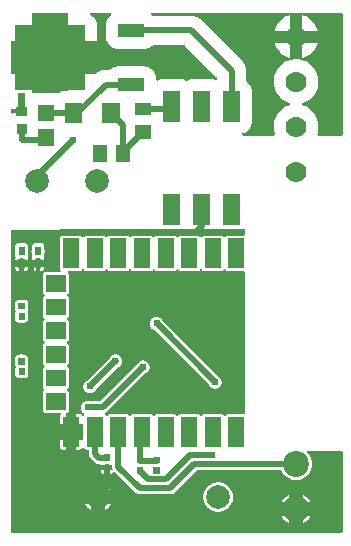
<source format=gtl>
G04 Layer: TopLayer*
G04 EasyEDA v6.5.5, 2022-07-05 01:29:27*
G04 53968c1b96fc4b8a88d45afed03194a1,2d51f53f3cf64b0da7006fab460d3095,10*
G04 Gerber Generator version 0.2*
G04 Scale: 100 percent, Rotated: No, Reflected: No *
G04 Dimensions in millimeters *
G04 leading zeros omitted , absolute positions ,4 integer and 5 decimal *
%FSLAX45Y45*%
%MOMM*%

%ADD11C,0.5000*%
%ADD12C,0.6096*%
%ADD13R,1.3500X1.4100*%
%ADD15R,0.5400X0.7901*%
%ADD19R,1.3770X1.1325*%
%ADD20R,0.8640X0.8065*%
%ADD21R,0.5400X0.5657*%
%ADD22R,1.4000X2.5000*%
%ADD25C,1.7780*%
%ADD26C,2.2000*%
%ADD27C,2.0000*%

%LPD*%
G36*
X1036421Y5410403D02*
G01*
X1032662Y5411317D01*
X1029563Y5413552D01*
X1027480Y5416753D01*
X1026769Y5420512D01*
X1026769Y5572150D01*
X861568Y5572150D01*
X857656Y5572912D01*
X854405Y5575147D01*
X852169Y5578398D01*
X851408Y5582310D01*
X851408Y5847689D01*
X852169Y5851601D01*
X854405Y5854852D01*
X857656Y5857087D01*
X861568Y5857849D01*
X1026769Y5857849D01*
X1026769Y6085332D01*
X1027531Y6089243D01*
X1029766Y6092494D01*
X1033018Y6094730D01*
X1036929Y6095492D01*
X1325524Y6095492D01*
X1329436Y6094730D01*
X1332738Y6092494D01*
X1334922Y6089243D01*
X1335684Y6085332D01*
X1335684Y5857849D01*
X1577949Y5857849D01*
X1577949Y5987643D01*
X1577086Y6001105D01*
X1574495Y6014008D01*
X1570278Y6026454D01*
X1564487Y6038240D01*
X1557172Y6049162D01*
X1548536Y6059068D01*
X1538630Y6067704D01*
X1527708Y6075019D01*
X1525270Y6076238D01*
X1521764Y6079083D01*
X1519834Y6083147D01*
X1519885Y6087618D01*
X1521866Y6091682D01*
X1525371Y6094476D01*
X1529791Y6095492D01*
X1688287Y6095492D01*
X1692249Y6094679D01*
X1695602Y6092342D01*
X1697786Y6088888D01*
X1698396Y6084874D01*
X1697431Y6080963D01*
X1694992Y6077712D01*
X1684578Y6068618D01*
X1675942Y6058712D01*
X1668627Y6047790D01*
X1662836Y6036005D01*
X1658620Y6023559D01*
X1656029Y6010656D01*
X1655165Y5997194D01*
X1655165Y5890768D01*
X1656029Y5877356D01*
X1658620Y5864453D01*
X1662836Y5852007D01*
X1668627Y5840222D01*
X1675942Y5829300D01*
X1684578Y5819394D01*
X1694484Y5810707D01*
X1705406Y5803442D01*
X1717192Y5797600D01*
X1729638Y5793384D01*
X1742541Y5790844D01*
X1756003Y5789930D01*
X1977593Y5789930D01*
X1991004Y5790844D01*
X2003907Y5793384D01*
X2016353Y5797600D01*
X2028139Y5803442D01*
X2039061Y5810707D01*
X2045055Y5815990D01*
X2048205Y5817870D01*
X2051761Y5818479D01*
X2318308Y5818479D01*
X2322169Y5817717D01*
X2325471Y5815533D01*
X2589326Y5551678D01*
X2591511Y5548376D01*
X2592273Y5544515D01*
X2592273Y5531967D01*
X2591460Y5527954D01*
X2589123Y5524601D01*
X2585669Y5522417D01*
X2581605Y5521807D01*
X2577642Y5522823D01*
X2573375Y5524957D01*
X2560929Y5529173D01*
X2548026Y5531713D01*
X2534564Y5532628D01*
X2393035Y5532628D01*
X2379573Y5531713D01*
X2366670Y5529173D01*
X2354275Y5524957D01*
X2341321Y5518505D01*
X2338374Y5517540D01*
X2335225Y5517540D01*
X2332278Y5518505D01*
X2319324Y5524957D01*
X2306929Y5529173D01*
X2294026Y5531713D01*
X2280564Y5532628D01*
X2139035Y5532628D01*
X2125573Y5531713D01*
X2112670Y5529173D01*
X2100224Y5524957D01*
X2093061Y5521401D01*
X2089099Y5520385D01*
X2085035Y5520994D01*
X2081580Y5523128D01*
X2079243Y5526532D01*
X2078431Y5530545D01*
X2078431Y5539232D01*
X2077516Y5552643D01*
X2074976Y5565546D01*
X2070760Y5577992D01*
X2064918Y5589778D01*
X2057654Y5600700D01*
X2048967Y5610606D01*
X2039061Y5619292D01*
X2028139Y5626557D01*
X2016353Y5632399D01*
X2003907Y5636615D01*
X1991004Y5639155D01*
X1977593Y5640070D01*
X1756003Y5640070D01*
X1742541Y5639155D01*
X1729638Y5636615D01*
X1717192Y5632399D01*
X1705406Y5626557D01*
X1694484Y5619292D01*
X1688388Y5613908D01*
X1685289Y5612028D01*
X1681683Y5611418D01*
X1650644Y5611418D01*
X1642922Y5611164D01*
X1635353Y5610504D01*
X1627886Y5609336D01*
X1620469Y5607761D01*
X1613154Y5605729D01*
X1605991Y5603240D01*
X1598980Y5600344D01*
X1592173Y5597042D01*
X1585569Y5593283D01*
X1579219Y5589168D01*
X1573072Y5584698D01*
X1567281Y5579821D01*
X1562049Y5574893D01*
X1558798Y5572861D01*
X1555089Y5572150D01*
X1335684Y5572150D01*
X1335684Y5442153D01*
X1334922Y5438292D01*
X1332738Y5434990D01*
X1329436Y5432755D01*
X1325524Y5431993D01*
X1303528Y5431993D01*
X1290066Y5431129D01*
X1277213Y5428538D01*
X1264767Y5424322D01*
X1252931Y5418531D01*
X1247140Y5414670D01*
X1244346Y5413349D01*
X1241298Y5412943D01*
X1223619Y5416600D01*
X1210157Y5417515D01*
X1075842Y5417515D01*
X1062380Y5416600D01*
X1049477Y5414060D01*
X1040180Y5410911D01*
G37*

%LPD*%
G36*
X861060Y5241188D02*
G01*
X857300Y5242102D01*
X854202Y5244338D01*
X852119Y5247538D01*
X851408Y5251348D01*
X851408Y5273294D01*
X852169Y5277154D01*
X854405Y5280456D01*
X857656Y5282641D01*
X861568Y5283454D01*
X911860Y5283454D01*
X911860Y5407914D01*
X912621Y5411825D01*
X914806Y5415076D01*
X918108Y5417312D01*
X922019Y5418074D01*
X957580Y5418074D01*
X961491Y5417312D01*
X964793Y5415076D01*
X966978Y5411825D01*
X967740Y5407914D01*
X967740Y5282996D01*
X971499Y5280914D01*
X974090Y5277459D01*
X975004Y5273294D01*
X975004Y5257292D01*
X974242Y5253380D01*
X972007Y5250078D01*
X968705Y5247894D01*
X964844Y5247132D01*
X896924Y5247132D01*
X883462Y5246217D01*
X870610Y5243677D01*
X864819Y5241696D01*
G37*

%LPD*%
G36*
X2815336Y5054600D02*
G01*
X2811170Y5055463D01*
X2807766Y5058003D01*
X2805633Y5061661D01*
X2805226Y5065877D01*
X2806598Y5069941D01*
X2809443Y5073040D01*
X2813354Y5074716D01*
X2814929Y5075021D01*
X2827375Y5079238D01*
X2839161Y5085080D01*
X2850083Y5092395D01*
X2859989Y5101031D01*
X2868625Y5110937D01*
X2875940Y5121859D01*
X2881782Y5133644D01*
X2885998Y5146090D01*
X2888538Y5158994D01*
X2889402Y5172456D01*
X2889402Y5431790D01*
X2888538Y5445201D01*
X2885998Y5458104D01*
X2881782Y5470550D01*
X2875940Y5482336D01*
X2868625Y5493258D01*
X2859989Y5503164D01*
X2850083Y5511800D01*
X2847848Y5513324D01*
X2845409Y5515610D01*
X2843834Y5518505D01*
X2843326Y5521807D01*
X2843326Y5600547D01*
X2843072Y5608269D01*
X2842412Y5615838D01*
X2841244Y5623306D01*
X2839669Y5630722D01*
X2837637Y5638038D01*
X2835148Y5645200D01*
X2832252Y5652211D01*
X2828950Y5659018D01*
X2825191Y5665622D01*
X2821076Y5671972D01*
X2816606Y5678119D01*
X2811729Y5683910D01*
X2806446Y5689549D01*
X2463342Y6032652D01*
X2457704Y6037935D01*
X2451912Y6042812D01*
X2445766Y6047282D01*
X2439416Y6051397D01*
X2432812Y6055156D01*
X2426004Y6058458D01*
X2418994Y6061354D01*
X2411831Y6063843D01*
X2404516Y6065875D01*
X2397099Y6067450D01*
X2389632Y6068618D01*
X2382062Y6069279D01*
X2374341Y6069533D01*
X2051761Y6069533D01*
X2048154Y6070142D01*
X2045055Y6072022D01*
X2038604Y6077712D01*
X2036114Y6080963D01*
X2035149Y6084874D01*
X2035810Y6088888D01*
X2037943Y6092342D01*
X2041296Y6094679D01*
X2045309Y6095492D01*
X3211830Y6095492D01*
X3215843Y6094679D01*
X3217519Y6093510D01*
X3219348Y6094730D01*
X3223260Y6095492D01*
X3304540Y6095492D01*
X3308451Y6094730D01*
X3310280Y6093510D01*
X3311956Y6094679D01*
X3315970Y6095492D01*
X3646932Y6095492D01*
X3650843Y6094730D01*
X3654094Y6092494D01*
X3656329Y6089243D01*
X3657092Y6085332D01*
X3657092Y5064760D01*
X3656329Y5060848D01*
X3654094Y5057597D01*
X3650843Y5055362D01*
X3646932Y5054600D01*
X3451961Y5054600D01*
X3448202Y5055311D01*
X3445001Y5057394D01*
X3442766Y5060492D01*
X3441852Y5064201D01*
X3442360Y5068011D01*
X3446221Y5079492D01*
X3450437Y5097932D01*
X3452774Y5116626D01*
X3453231Y5135524D01*
X3451809Y5154371D01*
X3448558Y5172964D01*
X3443427Y5191099D01*
X3436518Y5208676D01*
X3427933Y5225491D01*
X3417671Y5241340D01*
X3405886Y5256123D01*
X3392728Y5269636D01*
X3378250Y5281777D01*
X3362655Y5292394D01*
X3346094Y5301437D01*
X3328670Y5308752D01*
X3319932Y5311444D01*
X3316274Y5313527D01*
X3313734Y5316829D01*
X3312769Y5320944D01*
X3313531Y5325059D01*
X3315919Y5328513D01*
X3319475Y5330698D01*
X3337458Y5337302D01*
X3354476Y5345480D01*
X3370579Y5355336D01*
X3385616Y5366715D01*
X3399485Y5379567D01*
X3411982Y5393690D01*
X3423005Y5409031D01*
X3432454Y5425389D01*
X3440226Y5442610D01*
X3446221Y5460492D01*
X3450437Y5478932D01*
X3452774Y5497626D01*
X3453231Y5516524D01*
X3451809Y5535371D01*
X3448558Y5553964D01*
X3443427Y5572099D01*
X3436518Y5589676D01*
X3427933Y5606491D01*
X3417671Y5622340D01*
X3405886Y5637123D01*
X3392728Y5650636D01*
X3378250Y5662777D01*
X3362655Y5673394D01*
X3346094Y5682437D01*
X3328670Y5689752D01*
X3319932Y5692444D01*
X3316274Y5694527D01*
X3313734Y5697829D01*
X3312871Y5701487D01*
X3310991Y5699048D01*
X3306978Y5697067D01*
X3302508Y5696966D01*
X3292144Y5699099D01*
X3273348Y5700979D01*
X3254451Y5700979D01*
X3235655Y5699099D01*
X3225292Y5696966D01*
X3220821Y5697067D01*
X3216808Y5699048D01*
X3214928Y5701487D01*
X3214065Y5697829D01*
X3211525Y5694527D01*
X3207867Y5692444D01*
X3199130Y5689752D01*
X3181705Y5682437D01*
X3165144Y5673394D01*
X3149549Y5662777D01*
X3135071Y5650636D01*
X3121914Y5637123D01*
X3110128Y5622340D01*
X3099866Y5606491D01*
X3091281Y5589676D01*
X3084372Y5572099D01*
X3079242Y5553964D01*
X3075990Y5535371D01*
X3074568Y5516524D01*
X3075025Y5497626D01*
X3077362Y5478932D01*
X3081578Y5460492D01*
X3087573Y5442610D01*
X3095345Y5425389D01*
X3104794Y5409031D01*
X3115818Y5393690D01*
X3128314Y5379567D01*
X3142183Y5366715D01*
X3157220Y5355336D01*
X3173323Y5345480D01*
X3190341Y5337302D01*
X3208324Y5330698D01*
X3211880Y5328513D01*
X3214268Y5325059D01*
X3215030Y5320944D01*
X3214065Y5316829D01*
X3211525Y5313527D01*
X3207867Y5311444D01*
X3199130Y5308752D01*
X3181705Y5301437D01*
X3165144Y5292394D01*
X3149549Y5281777D01*
X3135071Y5269636D01*
X3121914Y5256123D01*
X3110128Y5241340D01*
X3099866Y5225491D01*
X3091281Y5208676D01*
X3084372Y5191099D01*
X3079242Y5172964D01*
X3075990Y5154371D01*
X3074568Y5135524D01*
X3075025Y5116626D01*
X3077362Y5097932D01*
X3081578Y5079492D01*
X3085439Y5068011D01*
X3085947Y5064201D01*
X3085033Y5060492D01*
X3082798Y5057394D01*
X3079597Y5055311D01*
X3075838Y5054600D01*
G37*

%LPC*%
G36*
X3213100Y5707735D02*
G01*
X3213100Y5842000D01*
X3081477Y5842000D01*
X3087573Y5823610D01*
X3095345Y5806389D01*
X3104794Y5790031D01*
X3115818Y5774690D01*
X3128314Y5760567D01*
X3142183Y5747715D01*
X3157220Y5736336D01*
X3173323Y5726480D01*
X3190341Y5718302D01*
X3208324Y5711698D01*
X3211880Y5709513D01*
G37*
G36*
X3314700Y5707735D02*
G01*
X3315919Y5709513D01*
X3319475Y5711698D01*
X3337458Y5718302D01*
X3354476Y5726480D01*
X3370579Y5736336D01*
X3385616Y5747715D01*
X3399485Y5760567D01*
X3411982Y5774690D01*
X3423005Y5790031D01*
X3432454Y5806389D01*
X3440226Y5823610D01*
X3446322Y5842000D01*
X3314700Y5842000D01*
G37*
G36*
X3081680Y5943600D02*
G01*
X3213100Y5943600D01*
X3213100Y6075070D01*
X3199130Y6070752D01*
X3181705Y6063437D01*
X3165144Y6054394D01*
X3149549Y6043777D01*
X3135071Y6031636D01*
X3121914Y6018123D01*
X3110128Y6003340D01*
X3099866Y5987491D01*
X3091281Y5970676D01*
X3084372Y5953099D01*
G37*
G36*
X3314700Y5943600D02*
G01*
X3446119Y5943600D01*
X3443427Y5953099D01*
X3436518Y5970676D01*
X3427933Y5987491D01*
X3417671Y6003340D01*
X3405886Y6018123D01*
X3392728Y6031636D01*
X3378250Y6043777D01*
X3362655Y6054394D01*
X3346094Y6063437D01*
X3328670Y6070752D01*
X3314700Y6075070D01*
G37*

%LPD*%
G36*
X861568Y1689607D02*
G01*
X857656Y1690370D01*
X854405Y1692605D01*
X852169Y1695856D01*
X851408Y1699768D01*
X851408Y4247083D01*
X852169Y4250944D01*
X854354Y4254246D01*
X857656Y4256481D01*
X861517Y4257243D01*
X2821889Y4267149D01*
X2825800Y4266387D01*
X2829102Y4264202D01*
X2831338Y4260900D01*
X2832100Y4256989D01*
X2832100Y4218228D01*
X2831338Y4214317D01*
X2829102Y4211015D01*
X2825851Y4208830D01*
X2821940Y4208068D01*
X2689504Y4208068D01*
X2683205Y4207357D01*
X2677718Y4205427D01*
X2672842Y4202379D01*
X2668727Y4198264D01*
X2667558Y4196384D01*
X2664764Y4193438D01*
X2661005Y4191812D01*
X2656941Y4191812D01*
X2653182Y4193438D01*
X2650337Y4196384D01*
X2649169Y4198264D01*
X2645054Y4202379D01*
X2640177Y4205427D01*
X2634691Y4207357D01*
X2628392Y4208068D01*
X2489504Y4208068D01*
X2483205Y4207357D01*
X2477719Y4205427D01*
X2472842Y4202379D01*
X2468727Y4198264D01*
X2467559Y4196384D01*
X2464765Y4193438D01*
X2461006Y4191812D01*
X2456942Y4191812D01*
X2453182Y4193438D01*
X2450338Y4196384D01*
X2449169Y4198264D01*
X2445054Y4202379D01*
X2440178Y4205427D01*
X2434691Y4207357D01*
X2428392Y4208068D01*
X2289505Y4208068D01*
X2283206Y4207357D01*
X2277719Y4205427D01*
X2272842Y4202379D01*
X2268728Y4198264D01*
X2267559Y4196384D01*
X2264765Y4193438D01*
X2261006Y4191812D01*
X2256942Y4191812D01*
X2253183Y4193438D01*
X2250338Y4196384D01*
X2249170Y4198264D01*
X2245055Y4202379D01*
X2240178Y4205427D01*
X2234692Y4207357D01*
X2228392Y4208068D01*
X2089505Y4208068D01*
X2083206Y4207357D01*
X2077720Y4205427D01*
X2072843Y4202379D01*
X2068728Y4198264D01*
X2067560Y4196384D01*
X2064766Y4193438D01*
X2061006Y4191812D01*
X2056942Y4191812D01*
X2053183Y4193438D01*
X2050338Y4196384D01*
X2049170Y4198264D01*
X2045055Y4202379D01*
X2040178Y4205427D01*
X2034692Y4207357D01*
X2028393Y4208068D01*
X1889506Y4208068D01*
X1883206Y4207357D01*
X1877720Y4205427D01*
X1872843Y4202379D01*
X1868728Y4198264D01*
X1867560Y4196384D01*
X1864715Y4193438D01*
X1861007Y4191812D01*
X1856892Y4191812D01*
X1853184Y4193438D01*
X1850339Y4196384D01*
X1849170Y4198264D01*
X1845056Y4202379D01*
X1840179Y4205427D01*
X1834692Y4207357D01*
X1828393Y4208068D01*
X1689506Y4208068D01*
X1683207Y4207357D01*
X1677720Y4205427D01*
X1672843Y4202379D01*
X1668729Y4198264D01*
X1667560Y4196384D01*
X1664716Y4193438D01*
X1661007Y4191812D01*
X1656892Y4191812D01*
X1653184Y4193438D01*
X1650339Y4196384D01*
X1649171Y4198264D01*
X1645056Y4202379D01*
X1640179Y4205427D01*
X1634693Y4207357D01*
X1628394Y4208068D01*
X1489506Y4208068D01*
X1483207Y4207357D01*
X1477721Y4205427D01*
X1472844Y4202379D01*
X1468729Y4198264D01*
X1467510Y4196334D01*
X1464716Y4193387D01*
X1460957Y4191762D01*
X1456893Y4191762D01*
X1453134Y4193387D01*
X1450340Y4196334D01*
X1449171Y4198162D01*
X1445056Y4202277D01*
X1440180Y4205376D01*
X1434693Y4207256D01*
X1428394Y4207967D01*
X1289507Y4207967D01*
X1283208Y4207256D01*
X1277721Y4205376D01*
X1272844Y4202277D01*
X1268730Y4198162D01*
X1265682Y4193286D01*
X1263751Y4187799D01*
X1263040Y4181500D01*
X1263040Y3932631D01*
X1263751Y3926332D01*
X1265682Y3920845D01*
X1268730Y3915968D01*
X1271676Y3911904D01*
X1272438Y3908044D01*
X1271676Y3904132D01*
X1269492Y3900881D01*
X1266190Y3898646D01*
X1262278Y3897884D01*
X1144422Y3897884D01*
X1138123Y3897172D01*
X1133957Y3895699D01*
X1129284Y3895394D01*
X1126947Y3891381D01*
X1123645Y3888079D01*
X1120546Y3883202D01*
X1118666Y3877716D01*
X1117955Y3871417D01*
X1117955Y3732529D01*
X1118666Y3726230D01*
X1120546Y3720744D01*
X1123645Y3715867D01*
X1127760Y3711752D01*
X1129538Y3710635D01*
X1132484Y3707790D01*
X1134110Y3704082D01*
X1134110Y3699967D01*
X1132484Y3696258D01*
X1129538Y3693414D01*
X1127912Y3692398D01*
X1123797Y3688283D01*
X1120698Y3683406D01*
X1118819Y3677920D01*
X1118108Y3671620D01*
X1118108Y3532733D01*
X1118819Y3526434D01*
X1120698Y3520948D01*
X1123797Y3516071D01*
X1127912Y3511956D01*
X1129639Y3510838D01*
X1132586Y3508044D01*
X1134211Y3504285D01*
X1134211Y3500221D01*
X1132586Y3496462D01*
X1129639Y3493668D01*
X1127861Y3492500D01*
X1123746Y3488436D01*
X1120648Y3483508D01*
X1118768Y3478072D01*
X1118057Y3471722D01*
X1118057Y3332886D01*
X1118768Y3326536D01*
X1120648Y3321100D01*
X1123746Y3316173D01*
X1127861Y3312109D01*
X1129792Y3310890D01*
X1132738Y3308045D01*
X1134364Y3304286D01*
X1134364Y3300222D01*
X1132738Y3296462D01*
X1129792Y3293668D01*
X1127861Y3292449D01*
X1123746Y3288334D01*
X1120648Y3283458D01*
X1118768Y3277971D01*
X1118057Y3271672D01*
X1118057Y3132785D01*
X1118768Y3126486D01*
X1120648Y3120999D01*
X1123746Y3116122D01*
X1127861Y3112008D01*
X1129690Y3110890D01*
X1132636Y3108045D01*
X1134211Y3104286D01*
X1134211Y3100222D01*
X1132636Y3096463D01*
X1129690Y3093669D01*
X1127861Y3092500D01*
X1123746Y3088436D01*
X1120648Y3083509D01*
X1118768Y3078073D01*
X1118057Y3071723D01*
X1118057Y2932887D01*
X1118768Y2926537D01*
X1120648Y2921101D01*
X1123746Y2916174D01*
X1127861Y2912110D01*
X1129690Y2910941D01*
X1132636Y2908096D01*
X1134262Y2904388D01*
X1134262Y2900273D01*
X1132636Y2896565D01*
X1129690Y2893720D01*
X1127760Y2892501D01*
X1123696Y2888437D01*
X1120597Y2883509D01*
X1118666Y2878074D01*
X1117955Y2871724D01*
X1117955Y2732887D01*
X1118666Y2726537D01*
X1120597Y2721102D01*
X1123696Y2716174D01*
X1127760Y2712110D01*
X1132687Y2709011D01*
X1138123Y2707132D01*
X1144473Y2706420D01*
X1262380Y2706420D01*
X1266240Y2705608D01*
X1269542Y2703423D01*
X1271778Y2700121D01*
X1272540Y2696260D01*
X1271778Y2692349D01*
X1268730Y2688234D01*
X1265682Y2683357D01*
X1263751Y2677871D01*
X1263040Y2671572D01*
X1263040Y2615996D01*
X1317599Y2615996D01*
X1317599Y2699207D01*
X1318463Y2703271D01*
X1320850Y2706624D01*
X1325118Y2709011D01*
X1329994Y2712110D01*
X1334109Y2716174D01*
X1337157Y2721102D01*
X1339088Y2726537D01*
X1339799Y2732887D01*
X1339799Y2871724D01*
X1339088Y2878074D01*
X1337157Y2883509D01*
X1334109Y2888437D01*
X1329994Y2892501D01*
X1328115Y2893669D01*
X1325168Y2896514D01*
X1323594Y2900222D01*
X1323594Y2904337D01*
X1325168Y2908046D01*
X1328115Y2910890D01*
X1330045Y2912110D01*
X1334160Y2916174D01*
X1337259Y2921101D01*
X1339138Y2926537D01*
X1339850Y2932887D01*
X1339850Y3071723D01*
X1339138Y3078073D01*
X1337259Y3083509D01*
X1334160Y3088436D01*
X1330045Y3092500D01*
X1328216Y3093669D01*
X1325270Y3096463D01*
X1323695Y3100222D01*
X1323695Y3104286D01*
X1325270Y3108045D01*
X1328216Y3110890D01*
X1330045Y3112008D01*
X1334160Y3116122D01*
X1337259Y3120999D01*
X1339138Y3126486D01*
X1339850Y3132785D01*
X1339850Y3271672D01*
X1339138Y3277971D01*
X1337259Y3283458D01*
X1334160Y3288334D01*
X1330045Y3292449D01*
X1328115Y3293668D01*
X1325168Y3296462D01*
X1323543Y3300222D01*
X1323543Y3304286D01*
X1325168Y3308045D01*
X1328115Y3310890D01*
X1330045Y3312109D01*
X1334160Y3316173D01*
X1337259Y3321100D01*
X1339138Y3326536D01*
X1339850Y3332886D01*
X1339850Y3471722D01*
X1339138Y3478072D01*
X1337259Y3483508D01*
X1334160Y3488436D01*
X1330045Y3492500D01*
X1328318Y3493617D01*
X1325372Y3496462D01*
X1323746Y3500170D01*
X1323746Y3504285D01*
X1325372Y3507994D01*
X1328318Y3510838D01*
X1330096Y3511956D01*
X1334211Y3516071D01*
X1337310Y3520948D01*
X1339189Y3526434D01*
X1339900Y3532733D01*
X1339900Y3671620D01*
X1339189Y3677920D01*
X1337310Y3683406D01*
X1334211Y3688283D01*
X1330096Y3692398D01*
X1328318Y3693515D01*
X1325372Y3696360D01*
X1323746Y3700068D01*
X1323746Y3704183D01*
X1325372Y3707892D01*
X1328318Y3710736D01*
X1329944Y3711752D01*
X1334058Y3715867D01*
X1337157Y3720744D01*
X1339037Y3726230D01*
X1339748Y3732529D01*
X1339748Y3871417D01*
X1339037Y3877716D01*
X1337157Y3883202D01*
X1334058Y3888079D01*
X1331112Y3892092D01*
X1330350Y3896004D01*
X1331112Y3899915D01*
X1333347Y3903167D01*
X1336598Y3905402D01*
X1340510Y3906164D01*
X1428394Y3906164D01*
X1434693Y3906875D01*
X1440180Y3908806D01*
X1445056Y3911854D01*
X1449171Y3915968D01*
X1450390Y3917899D01*
X1453184Y3920845D01*
X1456944Y3922420D01*
X1461008Y3922420D01*
X1464767Y3920845D01*
X1467561Y3917899D01*
X1468729Y3916019D01*
X1472844Y3911955D01*
X1477721Y3908856D01*
X1483207Y3906977D01*
X1489506Y3906265D01*
X1628394Y3906265D01*
X1634693Y3906977D01*
X1640179Y3908856D01*
X1645056Y3911955D01*
X1649171Y3916019D01*
X1650339Y3917950D01*
X1653184Y3920896D01*
X1656892Y3922471D01*
X1661007Y3922471D01*
X1664716Y3920896D01*
X1667560Y3917950D01*
X1668729Y3916019D01*
X1672843Y3911955D01*
X1677720Y3908856D01*
X1683207Y3906977D01*
X1689506Y3906265D01*
X1828393Y3906265D01*
X1834692Y3906977D01*
X1840179Y3908856D01*
X1845056Y3911955D01*
X1849170Y3916019D01*
X1850339Y3917950D01*
X1853184Y3920896D01*
X1856892Y3922471D01*
X1861007Y3922471D01*
X1864715Y3920896D01*
X1867560Y3917950D01*
X1868728Y3916019D01*
X1872843Y3911955D01*
X1877720Y3908856D01*
X1883206Y3906977D01*
X1889506Y3906265D01*
X2028393Y3906265D01*
X2034692Y3906977D01*
X2040178Y3908856D01*
X2045055Y3911955D01*
X2049170Y3916019D01*
X2050338Y3917950D01*
X2053183Y3920896D01*
X2056942Y3922471D01*
X2061006Y3922471D01*
X2064766Y3920896D01*
X2067560Y3917950D01*
X2068728Y3916019D01*
X2072843Y3911955D01*
X2077720Y3908856D01*
X2083206Y3906977D01*
X2089505Y3906265D01*
X2228392Y3906265D01*
X2234692Y3906977D01*
X2240178Y3908856D01*
X2245055Y3911955D01*
X2249170Y3916019D01*
X2250338Y3917950D01*
X2253183Y3920896D01*
X2256942Y3922471D01*
X2261006Y3922471D01*
X2264765Y3920896D01*
X2267559Y3917950D01*
X2268728Y3916019D01*
X2272842Y3911955D01*
X2277719Y3908856D01*
X2283206Y3906977D01*
X2289505Y3906265D01*
X2428392Y3906265D01*
X2434691Y3906977D01*
X2440178Y3908856D01*
X2445054Y3911955D01*
X2449169Y3916019D01*
X2450338Y3917950D01*
X2453182Y3920896D01*
X2456942Y3922471D01*
X2461006Y3922471D01*
X2464765Y3920896D01*
X2467559Y3917950D01*
X2468727Y3916019D01*
X2472842Y3911955D01*
X2477719Y3908856D01*
X2483205Y3906977D01*
X2489504Y3906265D01*
X2628392Y3906265D01*
X2634691Y3906977D01*
X2640177Y3908856D01*
X2645054Y3911955D01*
X2649169Y3916019D01*
X2650337Y3917950D01*
X2653182Y3920896D01*
X2656941Y3922471D01*
X2661005Y3922471D01*
X2664764Y3920896D01*
X2667558Y3917950D01*
X2668727Y3916019D01*
X2672842Y3911955D01*
X2677718Y3908856D01*
X2683205Y3906977D01*
X2689504Y3906265D01*
X2821940Y3906265D01*
X2825851Y3905453D01*
X2829102Y3903268D01*
X2831338Y3899966D01*
X2832100Y3896106D01*
X2832100Y2707995D01*
X2831338Y2704084D01*
X2829102Y2700832D01*
X2825851Y2698597D01*
X2821940Y2697835D01*
X2689504Y2697835D01*
X2683205Y2697124D01*
X2677718Y2695194D01*
X2672842Y2692146D01*
X2668727Y2688031D01*
X2667558Y2686151D01*
X2664764Y2683205D01*
X2661005Y2681630D01*
X2656941Y2681630D01*
X2653182Y2683205D01*
X2650337Y2686151D01*
X2649169Y2688082D01*
X2645054Y2692146D01*
X2640177Y2695244D01*
X2634691Y2697124D01*
X2628392Y2697835D01*
X2489504Y2697835D01*
X2483205Y2697124D01*
X2477719Y2695244D01*
X2472842Y2692146D01*
X2468727Y2688082D01*
X2467559Y2686151D01*
X2464714Y2683205D01*
X2461006Y2681630D01*
X2456891Y2681630D01*
X2453182Y2683205D01*
X2450338Y2686151D01*
X2449169Y2688031D01*
X2445054Y2692146D01*
X2440178Y2695194D01*
X2434691Y2697124D01*
X2428392Y2697835D01*
X2289505Y2697835D01*
X2283206Y2697124D01*
X2277719Y2695194D01*
X2272842Y2692146D01*
X2268728Y2688031D01*
X2267559Y2686202D01*
X2264765Y2683256D01*
X2261006Y2681630D01*
X2256942Y2681630D01*
X2253183Y2683256D01*
X2250389Y2686202D01*
X2249170Y2688132D01*
X2245055Y2692196D01*
X2240178Y2695295D01*
X2234692Y2697175D01*
X2228392Y2697886D01*
X2089505Y2697886D01*
X2083206Y2697175D01*
X2077720Y2695295D01*
X2072843Y2692196D01*
X2068728Y2688132D01*
X2067560Y2686202D01*
X2064715Y2683256D01*
X2060956Y2681630D01*
X2056892Y2681630D01*
X2053132Y2683256D01*
X2050338Y2686202D01*
X2049170Y2688031D01*
X2045055Y2692146D01*
X2040178Y2695194D01*
X2034692Y2697124D01*
X2028393Y2697835D01*
X1889506Y2697835D01*
X1883206Y2697124D01*
X1877720Y2695194D01*
X1872843Y2692146D01*
X1868728Y2688031D01*
X1867509Y2686100D01*
X1864715Y2683154D01*
X1860956Y2681579D01*
X1856892Y2681579D01*
X1853133Y2683154D01*
X1850339Y2686100D01*
X1849170Y2687980D01*
X1845056Y2692044D01*
X1840179Y2695143D01*
X1834692Y2697022D01*
X1828393Y2697734D01*
X1689506Y2697734D01*
X1683207Y2697022D01*
X1677720Y2695143D01*
X1672843Y2692044D01*
X1668729Y2687980D01*
X1667611Y2686151D01*
X1664766Y2683205D01*
X1661058Y2681579D01*
X1656943Y2681579D01*
X1653184Y2683205D01*
X1650390Y2686151D01*
X1649171Y2688082D01*
X1646428Y2690825D01*
X1644294Y2693924D01*
X1643481Y2697632D01*
X1644040Y2701391D01*
X1645970Y2704642D01*
X1648917Y2707030D01*
X1654810Y2710484D01*
X1658315Y2713177D01*
X1661769Y2716326D01*
X1986076Y3040684D01*
X1988972Y3042716D01*
X1996693Y3046272D01*
X2004720Y3051911D01*
X2011680Y3058871D01*
X2017318Y3066897D01*
X2021433Y3075838D01*
X2023973Y3085287D01*
X2024837Y3095091D01*
X2023973Y3104896D01*
X2021433Y3114344D01*
X2017318Y3123285D01*
X2011680Y3131312D01*
X2004720Y3138271D01*
X1996693Y3143910D01*
X1987753Y3148025D01*
X1978304Y3150565D01*
X1968500Y3151428D01*
X1958695Y3150565D01*
X1949246Y3148025D01*
X1940306Y3143910D01*
X1932279Y3138271D01*
X1925320Y3131312D01*
X1919681Y3123285D01*
X1916125Y3115564D01*
X1914093Y3112668D01*
X1607464Y2806090D01*
X1604213Y2803855D01*
X1600301Y2803093D01*
X1524508Y2803093D01*
X1520190Y2804058D01*
X1517853Y2805125D01*
X1508404Y2807665D01*
X1498600Y2808528D01*
X1488795Y2807665D01*
X1479346Y2805125D01*
X1470406Y2801010D01*
X1462379Y2795371D01*
X1455420Y2788412D01*
X1449781Y2780385D01*
X1445666Y2771444D01*
X1443126Y2761996D01*
X1442262Y2752191D01*
X1443126Y2742387D01*
X1445666Y2732938D01*
X1449781Y2723997D01*
X1455420Y2715971D01*
X1462379Y2709011D01*
X1468526Y2704744D01*
X1471472Y2701493D01*
X1472793Y2697276D01*
X1472234Y2692908D01*
X1469898Y2689199D01*
X1467612Y2686253D01*
X1464767Y2683306D01*
X1461058Y2681732D01*
X1456944Y2681732D01*
X1453235Y2683306D01*
X1450390Y2686253D01*
X1449171Y2688234D01*
X1445056Y2692349D01*
X1440180Y2695397D01*
X1434693Y2697327D01*
X1428394Y2698038D01*
X1400302Y2698038D01*
X1400302Y2615996D01*
X1452880Y2615996D01*
X1456791Y2615184D01*
X1460093Y2612999D01*
X1462278Y2609697D01*
X1463040Y2605836D01*
X1463040Y2488438D01*
X1462278Y2484526D01*
X1460093Y2481275D01*
X1456791Y2479040D01*
X1452880Y2478278D01*
X1400302Y2478278D01*
X1400302Y2396236D01*
X1428394Y2396236D01*
X1434693Y2396947D01*
X1440180Y2398826D01*
X1445056Y2401925D01*
X1449171Y2406040D01*
X1450289Y2407818D01*
X1453134Y2410764D01*
X1456893Y2412390D01*
X1460957Y2412390D01*
X1464716Y2410764D01*
X1467510Y2407818D01*
X1468729Y2405888D01*
X1472844Y2401773D01*
X1477721Y2398674D01*
X1483207Y2396794D01*
X1489506Y2396083D01*
X1497888Y2396083D01*
X1501749Y2395270D01*
X1505051Y2393086D01*
X1507286Y2389784D01*
X1508048Y2385923D01*
X1508048Y2361844D01*
X1508252Y2357221D01*
X1508810Y2352802D01*
X1509776Y2348484D01*
X1511096Y2344216D01*
X1512824Y2340152D01*
X1514856Y2336190D01*
X1517243Y2332431D01*
X1519936Y2328926D01*
X1523085Y2325471D01*
X1558848Y2289759D01*
X1562303Y2286609D01*
X1565808Y2283866D01*
X1569567Y2281478D01*
X1573530Y2279446D01*
X1577594Y2277770D01*
X1581861Y2276398D01*
X1586179Y2275433D01*
X1590598Y2274874D01*
X1600657Y2274671D01*
X1604518Y2273909D01*
X1607820Y2271674D01*
X1610004Y2268372D01*
X1610817Y2263190D01*
X1643837Y2263190D01*
X1644599Y2268372D01*
X1646834Y2271674D01*
X1650136Y2273909D01*
X1653997Y2274671D01*
X1663242Y2274671D01*
X1668525Y2275078D01*
X1673402Y2275078D01*
X1677263Y2274316D01*
X1680565Y2272131D01*
X1682800Y2268829D01*
X1683562Y2264918D01*
X1683562Y2263190D01*
X1697888Y2263190D01*
X1701698Y2262479D01*
X1704949Y2260346D01*
X1707184Y2257145D01*
X1708048Y2253335D01*
X1708251Y2246020D01*
X1708810Y2241854D01*
X1710537Y2234844D01*
X1710791Y2231186D01*
X1709724Y2227681D01*
X1707438Y2224786D01*
X1704289Y2222906D01*
X1700682Y2222246D01*
X1683562Y2222246D01*
X1683562Y2188514D01*
X1690116Y2188514D01*
X1696466Y2189226D01*
X1701901Y2191156D01*
X1706829Y2194255D01*
X1710893Y2198319D01*
X1716125Y2206650D01*
X1719427Y2208936D01*
X1723389Y2209800D01*
X1727301Y2209038D01*
X1730654Y2206802D01*
X1906930Y2030526D01*
X1910384Y2027377D01*
X1913889Y2024684D01*
X1917649Y2022297D01*
X1921611Y2020265D01*
X1925675Y2018538D01*
X1929942Y2017217D01*
X1934260Y2016252D01*
X1938680Y2015693D01*
X1943303Y2015489D01*
X2196896Y2015489D01*
X2201519Y2015693D01*
X2205939Y2016252D01*
X2210257Y2017217D01*
X2214524Y2018538D01*
X2218588Y2020265D01*
X2222550Y2022297D01*
X2226310Y2024684D01*
X2229815Y2027377D01*
X2233269Y2030526D01*
X2418435Y2215692D01*
X2421686Y2217928D01*
X2425598Y2218690D01*
X3133242Y2218690D01*
X3136900Y2217978D01*
X3140100Y2216048D01*
X3142335Y2213102D01*
X3146196Y2205329D01*
X3154883Y2192172D01*
X3165043Y2180031D01*
X3176574Y2169210D01*
X3189224Y2159762D01*
X3202889Y2151888D01*
X3217418Y2145588D01*
X3232556Y2141067D01*
X3248101Y2138324D01*
X3263900Y2137410D01*
X3279698Y2138324D01*
X3295243Y2141067D01*
X3310382Y2145588D01*
X3324910Y2151888D01*
X3338576Y2159762D01*
X3351225Y2169210D01*
X3362756Y2180031D01*
X3372916Y2192172D01*
X3381603Y2205329D01*
X3388664Y2219452D01*
X3394100Y2234336D01*
X3397707Y2249678D01*
X3399536Y2265375D01*
X3399536Y2281224D01*
X3397707Y2296922D01*
X3394100Y2312263D01*
X3388664Y2327148D01*
X3381603Y2341270D01*
X3372916Y2354427D01*
X3362756Y2366568D01*
X3359048Y2370074D01*
X3356711Y2373325D01*
X3355848Y2377236D01*
X3356559Y2381199D01*
X3358743Y2384552D01*
X3362096Y2386787D01*
X3366008Y2387600D01*
X3646932Y2387600D01*
X3650843Y2386838D01*
X3654094Y2384602D01*
X3656329Y2381351D01*
X3657092Y2377440D01*
X3657092Y1699768D01*
X3656329Y1695856D01*
X3654094Y1692605D01*
X3650843Y1690370D01*
X3646932Y1689607D01*
G37*

%LPC*%
G36*
X3325266Y1771091D02*
G01*
X3338576Y1778762D01*
X3351225Y1788210D01*
X3362756Y1799031D01*
X3372916Y1811172D01*
X3381603Y1824329D01*
X3384905Y1830933D01*
X3325266Y1830933D01*
G37*
G36*
X3202533Y1771091D02*
G01*
X3202533Y1830933D01*
X3142894Y1830933D01*
X3146196Y1824329D01*
X3154883Y1811172D01*
X3165043Y1799031D01*
X3176574Y1788210D01*
X3189224Y1778762D01*
G37*
G36*
X2603500Y1868017D02*
G01*
X2618689Y1868932D01*
X2633624Y1871675D01*
X2648153Y1876196D01*
X2662021Y1882444D01*
X2675026Y1890318D01*
X2686964Y1899666D01*
X2697734Y1910435D01*
X2707081Y1922373D01*
X2714955Y1935378D01*
X2721203Y1949246D01*
X2725724Y1963775D01*
X2728468Y1978710D01*
X2729382Y1993900D01*
X2728468Y2009089D01*
X2725724Y2024024D01*
X2721203Y2038553D01*
X2714955Y2052421D01*
X2707081Y2065426D01*
X2697734Y2077364D01*
X2686964Y2088134D01*
X2675026Y2097481D01*
X2662021Y2105355D01*
X2648153Y2111603D01*
X2633624Y2116124D01*
X2618689Y2118868D01*
X2603500Y2119782D01*
X2588310Y2118868D01*
X2573375Y2116124D01*
X2558846Y2111603D01*
X2544978Y2105355D01*
X2531973Y2097481D01*
X2520035Y2088134D01*
X2509266Y2077364D01*
X2499918Y2065426D01*
X2492044Y2052421D01*
X2485796Y2038553D01*
X2481275Y2024024D01*
X2478532Y2009089D01*
X2477617Y1993900D01*
X2478532Y1978710D01*
X2481275Y1963775D01*
X2485796Y1949246D01*
X2492044Y1935378D01*
X2499918Y1922373D01*
X2509266Y1910435D01*
X2520035Y1899666D01*
X2531973Y1890318D01*
X2544978Y1882444D01*
X2558846Y1876196D01*
X2573375Y1871675D01*
X2588310Y1868932D01*
G37*
G36*
X1643837Y1881479D02*
G01*
X1646021Y1882444D01*
X1659026Y1890318D01*
X1670964Y1899666D01*
X1681734Y1910435D01*
X1691081Y1922373D01*
X1698955Y1935378D01*
X1699920Y1937562D01*
X1643837Y1937562D01*
G37*
G36*
X1531162Y1881479D02*
G01*
X1531162Y1937562D01*
X1475079Y1937562D01*
X1476044Y1935378D01*
X1483918Y1922373D01*
X1493266Y1910435D01*
X1504035Y1899666D01*
X1515973Y1890318D01*
X1528978Y1882444D01*
G37*
G36*
X3325266Y1953666D02*
G01*
X3384905Y1953666D01*
X3381603Y1960270D01*
X3372916Y1973427D01*
X3362756Y1985568D01*
X3351225Y1996389D01*
X3338576Y2005838D01*
X3325266Y2013508D01*
G37*
G36*
X3142894Y1953666D02*
G01*
X3202533Y1953666D01*
X3202533Y2013508D01*
X3189224Y2005838D01*
X3176574Y1996389D01*
X3165043Y1985568D01*
X3154883Y1973427D01*
X3146196Y1960270D01*
G37*
G36*
X1643837Y2050237D02*
G01*
X1699920Y2050237D01*
X1698955Y2052421D01*
X1691081Y2065426D01*
X1681734Y2077364D01*
X1670964Y2088134D01*
X1659026Y2097481D01*
X1646021Y2105355D01*
X1643837Y2106320D01*
G37*
G36*
X1475079Y2050237D02*
G01*
X1531162Y2050237D01*
X1531162Y2106320D01*
X1528978Y2105355D01*
X1515973Y2097481D01*
X1504035Y2088134D01*
X1493266Y2077364D01*
X1483918Y2065426D01*
X1476044Y2052421D01*
G37*
G36*
X1637283Y2188514D02*
G01*
X1643837Y2188514D01*
X1643837Y2222246D01*
X1610817Y2222246D01*
X1610817Y2214981D01*
X1611528Y2208682D01*
X1613408Y2203246D01*
X1616506Y2198319D01*
X1620570Y2194255D01*
X1625498Y2191156D01*
X1630933Y2189226D01*
G37*
G36*
X1289507Y2396236D02*
G01*
X1317599Y2396236D01*
X1317599Y2478278D01*
X1263040Y2478278D01*
X1263040Y2422702D01*
X1263751Y2416403D01*
X1265682Y2410917D01*
X1268730Y2406040D01*
X1272844Y2401925D01*
X1277721Y2398826D01*
X1283208Y2396947D01*
G37*
G36*
X1518818Y2873654D02*
G01*
X1528622Y2874518D01*
X1538071Y2877058D01*
X1547012Y2881172D01*
X1555038Y2886811D01*
X1561998Y2893771D01*
X1567637Y2901797D01*
X1571193Y2909519D01*
X1573225Y2912414D01*
X1752295Y3091484D01*
X1755190Y3093516D01*
X1762912Y3097072D01*
X1770938Y3102711D01*
X1777898Y3109671D01*
X1783537Y3117697D01*
X1787652Y3126638D01*
X1790192Y3136087D01*
X1791055Y3145891D01*
X1790192Y3155696D01*
X1787652Y3165144D01*
X1783537Y3174085D01*
X1777898Y3182112D01*
X1770938Y3189071D01*
X1762912Y3194710D01*
X1753971Y3198825D01*
X1744522Y3201365D01*
X1734718Y3202228D01*
X1724914Y3201365D01*
X1715465Y3198825D01*
X1706524Y3194710D01*
X1698498Y3189071D01*
X1691538Y3182112D01*
X1685899Y3174085D01*
X1682343Y3166364D01*
X1680311Y3163468D01*
X1501241Y2984398D01*
X1498346Y2982366D01*
X1490624Y2978810D01*
X1482598Y2973171D01*
X1475638Y2966212D01*
X1469999Y2958185D01*
X1465884Y2949244D01*
X1463344Y2939796D01*
X1462481Y2929991D01*
X1463344Y2920187D01*
X1465884Y2910738D01*
X1469999Y2901797D01*
X1475638Y2893771D01*
X1482598Y2886811D01*
X1490624Y2881172D01*
X1499565Y2877058D01*
X1509014Y2874518D01*
G37*
G36*
X2578100Y2911754D02*
G01*
X2587904Y2912618D01*
X2597353Y2915158D01*
X2606294Y2919272D01*
X2614320Y2924911D01*
X2621280Y2931871D01*
X2626918Y2939897D01*
X2631033Y2948838D01*
X2633573Y2958287D01*
X2634437Y2968091D01*
X2633573Y2977896D01*
X2631033Y2987344D01*
X2626918Y2996285D01*
X2621280Y3004312D01*
X2614320Y3011271D01*
X2606294Y3016910D01*
X2598572Y3020466D01*
X2595676Y3022498D01*
X2137206Y3480968D01*
X2135174Y3483864D01*
X2131618Y3491585D01*
X2125980Y3499612D01*
X2119020Y3506571D01*
X2110994Y3512210D01*
X2102053Y3516325D01*
X2092604Y3518865D01*
X2082800Y3519728D01*
X2072995Y3518865D01*
X2063546Y3516325D01*
X2054606Y3512210D01*
X2046579Y3506571D01*
X2039620Y3499612D01*
X2033981Y3491585D01*
X2029866Y3482644D01*
X2027326Y3473196D01*
X2026462Y3463391D01*
X2027326Y3453587D01*
X2029866Y3444138D01*
X2033981Y3435197D01*
X2039620Y3427171D01*
X2046579Y3420211D01*
X2054606Y3414572D01*
X2062327Y3411016D01*
X2065223Y3408984D01*
X2523693Y2950514D01*
X2525725Y2947619D01*
X2529281Y2939897D01*
X2534920Y2931871D01*
X2541879Y2924911D01*
X2549906Y2919272D01*
X2558846Y2915158D01*
X2568295Y2912618D01*
G37*
G36*
X913384Y3001314D02*
G01*
X966216Y3001314D01*
X972566Y3002026D01*
X978001Y3003956D01*
X982929Y3007055D01*
X986993Y3011119D01*
X990092Y3016046D01*
X991971Y3021482D01*
X992733Y3027781D01*
X992733Y3038551D01*
X993038Y3041192D01*
X995273Y3049524D01*
X996137Y3059328D01*
X995273Y3069132D01*
X993038Y3077464D01*
X992733Y3083255D01*
X991971Y3089554D01*
X989939Y3095447D01*
X989380Y3098800D01*
X989939Y3102152D01*
X991971Y3108045D01*
X992733Y3114344D01*
X992733Y3125114D01*
X993038Y3127756D01*
X995273Y3136087D01*
X996137Y3145891D01*
X995273Y3155696D01*
X993038Y3164027D01*
X992733Y3169818D01*
X991971Y3176117D01*
X990092Y3181553D01*
X986993Y3186480D01*
X982929Y3190544D01*
X978001Y3193643D01*
X972566Y3195574D01*
X965708Y3196336D01*
X962558Y3197199D01*
X959053Y3198825D01*
X949604Y3201365D01*
X939800Y3202228D01*
X929995Y3201365D01*
X920546Y3198825D01*
X917041Y3197199D01*
X913892Y3196336D01*
X907034Y3195574D01*
X901598Y3193643D01*
X896670Y3190544D01*
X892606Y3186480D01*
X889508Y3181553D01*
X887628Y3176117D01*
X886917Y3169818D01*
X886561Y3164027D01*
X884326Y3155696D01*
X883462Y3145891D01*
X884326Y3136087D01*
X886561Y3127756D01*
X886917Y3125114D01*
X886917Y3114344D01*
X887628Y3108045D01*
X889660Y3102152D01*
X890219Y3098800D01*
X889660Y3095447D01*
X887628Y3089554D01*
X886917Y3083255D01*
X886561Y3077464D01*
X884326Y3069132D01*
X883462Y3059328D01*
X884326Y3049524D01*
X886561Y3041192D01*
X886917Y3038551D01*
X886917Y3027781D01*
X887628Y3021482D01*
X889508Y3016046D01*
X892606Y3011119D01*
X896670Y3007055D01*
X901598Y3003956D01*
X907034Y3002026D01*
G37*
G36*
X939800Y3465372D02*
G01*
X949604Y3466236D01*
X959053Y3468776D01*
X962304Y3470300D01*
X965504Y3471164D01*
X972566Y3471926D01*
X978001Y3473856D01*
X982929Y3476955D01*
X986993Y3481019D01*
X990092Y3485946D01*
X991971Y3491382D01*
X992733Y3497681D01*
X993038Y3503574D01*
X995273Y3511905D01*
X996137Y3521710D01*
X995273Y3531514D01*
X993038Y3539845D01*
X992733Y3542487D01*
X992733Y3553155D01*
X991971Y3559454D01*
X989939Y3565347D01*
X989380Y3568700D01*
X989939Y3572052D01*
X991971Y3577945D01*
X992733Y3584244D01*
X993038Y3590137D01*
X995273Y3598468D01*
X996137Y3608273D01*
X995273Y3618077D01*
X993038Y3626408D01*
X992733Y3629050D01*
X992733Y3639718D01*
X991971Y3646017D01*
X990092Y3651453D01*
X986993Y3656380D01*
X982929Y3660444D01*
X978001Y3663543D01*
X972566Y3665474D01*
X966216Y3666185D01*
X913384Y3666185D01*
X907034Y3665474D01*
X901598Y3663543D01*
X896670Y3660444D01*
X892606Y3656380D01*
X889508Y3651453D01*
X887628Y3646017D01*
X886917Y3639718D01*
X886917Y3629050D01*
X886561Y3626408D01*
X884326Y3618077D01*
X883462Y3608273D01*
X884326Y3598468D01*
X886561Y3590137D01*
X886917Y3584244D01*
X887628Y3577945D01*
X889660Y3572052D01*
X890219Y3568700D01*
X889660Y3565347D01*
X887628Y3559454D01*
X886917Y3553155D01*
X886917Y3542487D01*
X886561Y3539845D01*
X884326Y3531514D01*
X883462Y3521710D01*
X884326Y3511905D01*
X886561Y3503574D01*
X886917Y3497681D01*
X887628Y3491382D01*
X889508Y3485946D01*
X892606Y3481019D01*
X896670Y3476955D01*
X901598Y3473856D01*
X907034Y3471926D01*
X913942Y3471164D01*
X916940Y3470351D01*
X920445Y3468776D01*
X929995Y3466236D01*
G37*
G36*
X1053084Y3905961D02*
G01*
X1059637Y3905961D01*
X1059637Y3945280D01*
X1026617Y3945280D01*
X1026617Y3932478D01*
X1027328Y3926128D01*
X1029208Y3920693D01*
X1032306Y3915765D01*
X1036370Y3911701D01*
X1041298Y3908602D01*
X1046734Y3906672D01*
G37*
G36*
X959662Y3905961D02*
G01*
X966216Y3905961D01*
X972566Y3906672D01*
X978001Y3908602D01*
X982929Y3911701D01*
X986993Y3915765D01*
X990092Y3920693D01*
X991971Y3926128D01*
X992733Y3932478D01*
X992733Y3945280D01*
X959662Y3945280D01*
G37*
G36*
X1099362Y3905961D02*
G01*
X1105916Y3905961D01*
X1112266Y3906672D01*
X1116380Y3908145D01*
X1121105Y3908501D01*
X1123442Y3912514D01*
X1126693Y3915765D01*
X1129792Y3920693D01*
X1131671Y3926128D01*
X1132433Y3932478D01*
X1132433Y3945280D01*
X1099362Y3945280D01*
G37*
G36*
X913384Y3905961D02*
G01*
X919937Y3905961D01*
X919937Y3945280D01*
X886917Y3945280D01*
X886917Y3932478D01*
X887628Y3926128D01*
X889508Y3920693D01*
X892606Y3915765D01*
X896670Y3911701D01*
X901598Y3908602D01*
X907034Y3906672D01*
G37*
G36*
X1026617Y3997502D02*
G01*
X1059637Y3997502D01*
X1059637Y4004818D01*
X1060399Y4008729D01*
X1062634Y4012031D01*
X1065936Y4014215D01*
X1069797Y4014978D01*
X1089202Y4014978D01*
X1093063Y4014215D01*
X1096365Y4012031D01*
X1098600Y4008729D01*
X1099362Y4004818D01*
X1099362Y3997502D01*
X1132433Y3997502D01*
X1132433Y4010304D01*
X1131671Y4016654D01*
X1129639Y4022547D01*
X1129080Y4025900D01*
X1129639Y4029252D01*
X1131671Y4035145D01*
X1132433Y4041495D01*
X1132433Y4055922D01*
X1132738Y4058564D01*
X1134973Y4066895D01*
X1135837Y4076700D01*
X1134973Y4086504D01*
X1132738Y4094835D01*
X1132433Y4097477D01*
X1132433Y4119321D01*
X1131671Y4125671D01*
X1129792Y4131106D01*
X1126693Y4136034D01*
X1122629Y4140098D01*
X1117701Y4143197D01*
X1112266Y4145127D01*
X1105916Y4145838D01*
X1053084Y4145838D01*
X1046734Y4145127D01*
X1041298Y4143197D01*
X1036370Y4140098D01*
X1032306Y4136034D01*
X1029208Y4131106D01*
X1027328Y4125671D01*
X1026617Y4119321D01*
X1026617Y4097477D01*
X1026261Y4094835D01*
X1024026Y4086504D01*
X1023162Y4076700D01*
X1024026Y4066895D01*
X1026261Y4058564D01*
X1026617Y4055922D01*
X1026617Y4041495D01*
X1027328Y4035145D01*
X1029360Y4029252D01*
X1029919Y4025900D01*
X1029360Y4022547D01*
X1027328Y4016654D01*
X1026617Y4010304D01*
G37*
G36*
X886917Y3997502D02*
G01*
X919937Y3997502D01*
X919937Y4004818D01*
X920699Y4008729D01*
X922934Y4012031D01*
X926236Y4014215D01*
X930097Y4014978D01*
X949502Y4014978D01*
X953363Y4014215D01*
X956665Y4012031D01*
X958900Y4008729D01*
X959662Y4004818D01*
X959662Y3997502D01*
X992733Y3997502D01*
X992733Y4010304D01*
X991971Y4016654D01*
X989939Y4022547D01*
X989380Y4025900D01*
X989939Y4029252D01*
X991971Y4035145D01*
X992733Y4041495D01*
X992733Y4055922D01*
X993038Y4058564D01*
X995273Y4066895D01*
X996137Y4076700D01*
X995273Y4086504D01*
X993038Y4094835D01*
X992733Y4097477D01*
X992733Y4119321D01*
X991971Y4125671D01*
X990092Y4131106D01*
X986993Y4136034D01*
X982929Y4140098D01*
X978001Y4143197D01*
X972566Y4145127D01*
X966216Y4145838D01*
X913384Y4145838D01*
X907034Y4145127D01*
X901598Y4143197D01*
X896670Y4140098D01*
X892606Y4136034D01*
X889508Y4131106D01*
X887628Y4125671D01*
X886917Y4119321D01*
X886917Y4097477D01*
X886561Y4094835D01*
X884326Y4086504D01*
X883462Y4076700D01*
X884326Y4066895D01*
X886561Y4058564D01*
X886917Y4055922D01*
X886917Y4041495D01*
X887628Y4035145D01*
X889660Y4029252D01*
X890219Y4025900D01*
X889660Y4022547D01*
X887628Y4016654D01*
X886917Y4010304D01*
G37*

%LPD*%
D11*
X1866900Y5485892D02*
G01*
X1650492Y5485892D01*
X1409700Y5245100D01*
X1377442Y5245100D01*
X1695957Y5245100D02*
G01*
X1798421Y5142636D01*
X1798421Y4902200D01*
X1968500Y5084978D02*
G01*
X1798421Y4914900D01*
X1798421Y4902200D01*
X2209800Y5302097D02*
G01*
X2185924Y5278221D01*
X1968500Y5278221D01*
X1143000Y5040629D02*
G01*
X1118870Y5016500D01*
X939800Y5016500D01*
X939800Y5106162D01*
X1943100Y2213711D02*
G01*
X2014214Y2142591D01*
X2159000Y2142591D01*
X2362200Y2345791D01*
X2552700Y2345791D01*
X2578100Y2968091D02*
G01*
X2082800Y3463391D01*
X1958949Y2543223D02*
G01*
X1943100Y2527373D01*
X1943100Y2300175D01*
X2082800Y2300175D02*
G01*
X1943100Y2300175D01*
X1518815Y2929991D02*
G01*
X1734715Y3145891D01*
X1739900Y3145891D01*
X1498600Y2752191D02*
G01*
X1625600Y2752191D01*
X1968500Y3095091D01*
X1358950Y2543429D02*
G01*
X1353388Y2548991D01*
X1193800Y2548991D01*
X1016391Y2726400D01*
X1016391Y3967683D01*
X939800Y3971391D02*
G01*
X1075791Y3971391D01*
X1079500Y3967683D01*
X1663700Y2239007D02*
G01*
X1663700Y2070100D01*
X1587500Y1993900D01*
X1663700Y2325575D02*
G01*
X1595015Y2325575D01*
X1558950Y2361641D01*
X1558950Y2543274D01*
X1587500Y1993900D02*
G01*
X1358950Y2222449D01*
X1358950Y2543429D01*
X1079500Y3967584D02*
G01*
X1164592Y3967584D01*
X1219200Y4022191D01*
X1219200Y4187291D01*
X1270000Y4238091D01*
X2413000Y4238091D01*
X2463800Y4288891D01*
X2463800Y4426102D01*
X1758950Y2543149D02*
G01*
X1758950Y2250541D01*
X1943100Y2066391D01*
X2197100Y2066391D01*
X2400300Y2269591D01*
X3260191Y2269591D01*
X3263900Y2273300D01*
X2717800Y5302097D02*
G01*
X2717800Y5600700D01*
X2374491Y5944008D01*
X1866775Y5944008D01*
X1377442Y5245100D02*
G01*
X1376047Y5246494D01*
X1143000Y5246494D01*
X1371600Y5016500D02*
G01*
X1066800Y4711700D01*
X1066800Y4673600D01*
G36*
X1075499Y5111000D02*
G01*
X1210500Y5111000D01*
X1210500Y4970000D01*
X1075499Y4970000D01*
G37*
D13*
G01*
X1143000Y5246496D03*
G36*
X1621701Y5158699D02*
G01*
X1621701Y5331500D01*
X1770199Y5331500D01*
X1770199Y5158699D01*
G37*
G36*
X1451698Y5158699D02*
G01*
X1451698Y5331500D01*
X1303200Y5331500D01*
X1303200Y5158699D01*
G37*
G36*
X912799Y4010898D02*
G01*
X966800Y4010898D01*
X966800Y3931889D01*
X912799Y3931889D01*
G37*
D15*
G01*
X939800Y4080408D03*
G36*
X1052499Y4010898D02*
G01*
X1106500Y4010898D01*
X1106500Y3931889D01*
X1052499Y3931889D01*
G37*
G01*
X1079500Y4080408D03*
G36*
X1755658Y5539549D02*
G01*
X1755658Y5432450D01*
X1977908Y5432450D01*
X1977908Y5539549D01*
G37*
G36*
X1755658Y5997549D02*
G01*
X1755658Y5890450D01*
X1977908Y5890450D01*
X1977908Y5997549D01*
G37*
G36*
X885007Y5442000D02*
G01*
X885007Y5987999D01*
X1477457Y5987999D01*
X1477457Y5442000D01*
G37*
G36*
X1661800Y4971049D02*
G01*
X1661800Y4833350D01*
X1548546Y4833350D01*
X1548546Y4971049D01*
G37*
G36*
X1741799Y4971049D02*
G01*
X1741799Y4833350D01*
X1855053Y4833350D01*
X1855053Y4971049D01*
G37*
G36*
X1899650Y5141600D02*
G01*
X2037349Y5141600D01*
X2037349Y5028346D01*
X1899650Y5028346D01*
G37*
D19*
G01*
X1968500Y5278221D03*
G36*
X983000Y5216601D02*
G01*
X896599Y5216601D01*
X896599Y5297248D01*
X983000Y5297248D01*
G37*
D20*
G01*
X939800Y5106263D03*
G36*
X1916099Y2245598D02*
G01*
X1970100Y2245598D01*
X1970100Y2189035D01*
X1916099Y2189035D01*
G37*
D21*
G01*
X1943100Y2303881D03*
G36*
X966800Y3583701D02*
G01*
X912799Y3583701D01*
X912799Y3640264D01*
X966800Y3640264D01*
G37*
G01*
X939800Y3525418D03*
G36*
X966800Y3113801D02*
G01*
X912799Y3113801D01*
X912799Y3170364D01*
X966800Y3170364D01*
G37*
G01*
X939800Y3055518D03*
G36*
X2055799Y2245598D02*
G01*
X2109800Y2245598D01*
X2109800Y2189035D01*
X2055799Y2189035D01*
G37*
G01*
X2082800Y2303881D03*
G36*
X1690700Y2301001D02*
G01*
X1636699Y2301001D01*
X1636699Y2357564D01*
X1690700Y2357564D01*
G37*
G01*
X1663700Y2242718D03*
D22*
G01*
X2758947Y2546934D03*
G01*
X2558948Y2546959D03*
G01*
X2358948Y2546934D03*
G01*
X2158949Y2547010D03*
G01*
X1958949Y2546934D03*
G01*
X1758950Y2546857D03*
G01*
X1558950Y2546985D03*
G01*
X1358950Y2547137D03*
G36*
X1143868Y2872331D02*
G01*
X1313870Y2872331D01*
X1313870Y2732331D01*
X1143868Y2732331D01*
G37*
G36*
X1143944Y3072330D02*
G01*
X1313947Y3072330D01*
X1313947Y2932330D01*
X1143944Y2932330D01*
G37*
G36*
X1143944Y3272254D02*
G01*
X1313947Y3272254D01*
X1313947Y3132254D01*
X1143944Y3132254D01*
G37*
G36*
X1143944Y3472329D02*
G01*
X1313947Y3472329D01*
X1313947Y3332330D01*
X1143944Y3332330D01*
G37*
G36*
X1143995Y3672202D02*
G01*
X1313997Y3672202D01*
X1313997Y3532202D01*
X1143995Y3532202D01*
G37*
G36*
X1143843Y3871998D02*
G01*
X1313845Y3871998D01*
X1313845Y3731999D01*
X1143843Y3731999D01*
G37*
G01*
X1358950Y4057065D03*
G01*
X1558950Y4057142D03*
G01*
X1758950Y4057142D03*
G01*
X1958949Y4057142D03*
G01*
X2158949Y4057142D03*
G01*
X2358948Y4057142D03*
G01*
X2558948Y4057142D03*
G01*
X2758947Y4057142D03*
G36*
X2138679Y4296100D02*
G01*
X2138679Y4556099D01*
X2280920Y4556099D01*
X2280920Y4296100D01*
G37*
G36*
X2392679Y4296100D02*
G01*
X2392679Y4556099D01*
X2534920Y4556099D01*
X2534920Y4296100D01*
G37*
G36*
X2646679Y4296100D02*
G01*
X2646679Y4556099D01*
X2788920Y4556099D01*
X2788920Y4296100D01*
G37*
G36*
X2138679Y5432099D02*
G01*
X2138679Y5172100D01*
X2280920Y5172100D01*
X2280920Y5432099D01*
G37*
G36*
X2392679Y5432099D02*
G01*
X2392679Y5172100D01*
X2534920Y5172100D01*
X2534920Y5432099D01*
G37*
G36*
X2646679Y5432099D02*
G01*
X2646679Y5172100D01*
X2788920Y5172100D01*
X2788920Y5432099D01*
G37*
D25*
G01*
X3263900Y4749800D03*
G01*
X3263900Y5892800D03*
G01*
X3263900Y5511800D03*
G01*
X3263900Y5130800D03*
D26*
G01*
X3263900Y2273300D03*
G01*
X3263900Y1892300D03*
D27*
G01*
X2603500Y1993900D03*
G01*
X1574800Y4673600D03*
G01*
X1587500Y1993900D03*
G01*
X1066800Y4673600D03*
D12*
G01*
X2209800Y4435094D03*
G01*
X2758947Y4053433D03*
G01*
X2358948Y4053433D03*
G01*
X939800Y3608273D03*
G01*
X939800Y3521710D03*
G01*
X939800Y3145891D03*
G01*
X939800Y3059328D03*
G01*
X1758950Y2543149D03*
G01*
X1358950Y4053357D03*
G01*
X1498600Y2752191D03*
G01*
X1968500Y3095091D03*
G01*
X1518818Y2929991D03*
G01*
X1734718Y3145891D03*
G01*
X2082800Y2213610D03*
G01*
X2552700Y2345791D03*
G01*
X2578100Y2968091D03*
G01*
X2082800Y3463391D03*
G01*
X1079500Y4076700D03*
G01*
X939800Y4076700D03*
G01*
X1181227Y5715000D03*
G01*
X939800Y5262981D03*
G01*
X1371600Y5016500D03*
G01*
X1866772Y5485993D03*
G01*
X1409700Y5715000D03*
G01*
X1409700Y5499100D03*
G01*
X952500Y5918200D03*
G01*
X1181100Y5918200D03*
G01*
X1409700Y5918200D03*
G01*
X1168400Y5499100D03*
G01*
X952500Y5499100D03*
G01*
X952500Y5715000D03*
G01*
X1600200Y4914900D03*
M02*

</source>
